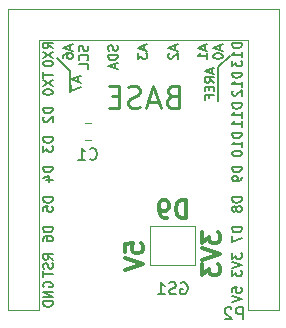
<source format=gbr>
G04 #@! TF.GenerationSoftware,KiCad,Pcbnew,(5.1.5)-3*
G04 #@! TF.CreationDate,2020-11-20T22:13:13+01:00*
G04 #@! TF.ProjectId,Microduino_Base_DE,4d696372-6f64-4756-996e-6f5f42617365,0.0*
G04 #@! TF.SameCoordinates,Original*
G04 #@! TF.FileFunction,Legend,Bot*
G04 #@! TF.FilePolarity,Positive*
%FSLAX46Y46*%
G04 Gerber Fmt 4.6, Leading zero omitted, Abs format (unit mm)*
G04 Created by KiCad (PCBNEW (5.1.5)-3) date 2020-11-20 22:13:13*
%MOMM*%
%LPD*%
G04 APERTURE LIST*
%ADD10C,0.250000*%
%ADD11C,0.300000*%
%ADD12C,0.120000*%
%ADD13C,0.150000*%
G04 APERTURE END LIST*
D10*
X153825285Y-71423228D02*
X153568142Y-71508942D01*
X153482428Y-71594657D01*
X153396714Y-71766085D01*
X153396714Y-72023228D01*
X153482428Y-72194657D01*
X153568142Y-72280371D01*
X153739571Y-72366085D01*
X154425285Y-72366085D01*
X154425285Y-70566085D01*
X153825285Y-70566085D01*
X153653857Y-70651800D01*
X153568142Y-70737514D01*
X153482428Y-70908942D01*
X153482428Y-71080371D01*
X153568142Y-71251800D01*
X153653857Y-71337514D01*
X153825285Y-71423228D01*
X154425285Y-71423228D01*
X152711000Y-71851800D02*
X151853857Y-71851800D01*
X152882428Y-72366085D02*
X152282428Y-70566085D01*
X151682428Y-72366085D01*
X151168142Y-72280371D02*
X150911000Y-72366085D01*
X150482428Y-72366085D01*
X150311000Y-72280371D01*
X150225285Y-72194657D01*
X150139571Y-72023228D01*
X150139571Y-71851800D01*
X150225285Y-71680371D01*
X150311000Y-71594657D01*
X150482428Y-71508942D01*
X150825285Y-71423228D01*
X150996714Y-71337514D01*
X151082428Y-71251800D01*
X151168142Y-71080371D01*
X151168142Y-70908942D01*
X151082428Y-70737514D01*
X150996714Y-70651800D01*
X150825285Y-70566085D01*
X150396714Y-70566085D01*
X150139571Y-70651800D01*
X149368142Y-71423228D02*
X148768142Y-71423228D01*
X148511000Y-72366085D02*
X149368142Y-72366085D01*
X149368142Y-70566085D01*
X148511000Y-70566085D01*
D11*
X155031142Y-81704571D02*
X155031142Y-80204571D01*
X154674000Y-80204571D01*
X154459714Y-80276000D01*
X154316857Y-80418857D01*
X154245428Y-80561714D01*
X154174000Y-80847428D01*
X154174000Y-81061714D01*
X154245428Y-81347428D01*
X154316857Y-81490285D01*
X154459714Y-81633142D01*
X154674000Y-81704571D01*
X155031142Y-81704571D01*
X153459714Y-81704571D02*
X153174000Y-81704571D01*
X153031142Y-81633142D01*
X152959714Y-81561714D01*
X152816857Y-81347428D01*
X152745428Y-81061714D01*
X152745428Y-80490285D01*
X152816857Y-80347428D01*
X152888285Y-80276000D01*
X153031142Y-80204571D01*
X153316857Y-80204571D01*
X153459714Y-80276000D01*
X153531142Y-80347428D01*
X153602571Y-80490285D01*
X153602571Y-80847428D01*
X153531142Y-80990285D01*
X153459714Y-81061714D01*
X153316857Y-81133142D01*
X153031142Y-81133142D01*
X152888285Y-81061714D01*
X152816857Y-80990285D01*
X152745428Y-80847428D01*
X156417271Y-82915357D02*
X156417271Y-83843928D01*
X156988700Y-83343928D01*
X156988700Y-83558214D01*
X157060128Y-83701071D01*
X157131557Y-83772500D01*
X157274414Y-83843928D01*
X157631557Y-83843928D01*
X157774414Y-83772500D01*
X157845842Y-83701071D01*
X157917271Y-83558214D01*
X157917271Y-83129642D01*
X157845842Y-82986785D01*
X157774414Y-82915357D01*
X156417271Y-84272500D02*
X157917271Y-84772500D01*
X156417271Y-85272500D01*
X156417271Y-85629642D02*
X156417271Y-86558214D01*
X156988700Y-86058214D01*
X156988700Y-86272500D01*
X157060128Y-86415357D01*
X157131557Y-86486785D01*
X157274414Y-86558214D01*
X157631557Y-86558214D01*
X157774414Y-86486785D01*
X157845842Y-86415357D01*
X157917271Y-86272500D01*
X157917271Y-85843928D01*
X157845842Y-85701071D01*
X157774414Y-85629642D01*
X149876771Y-84626485D02*
X149876771Y-83912200D01*
X150591057Y-83840771D01*
X150519628Y-83912200D01*
X150448200Y-84055057D01*
X150448200Y-84412200D01*
X150519628Y-84555057D01*
X150591057Y-84626485D01*
X150733914Y-84697914D01*
X151091057Y-84697914D01*
X151233914Y-84626485D01*
X151305342Y-84555057D01*
X151376771Y-84412200D01*
X151376771Y-84055057D01*
X151305342Y-83912200D01*
X151233914Y-83840771D01*
X149876771Y-85126485D02*
X151376771Y-85626485D01*
X149876771Y-86126485D01*
D12*
X152014000Y-83882500D02*
X152014000Y-82352500D01*
X155834000Y-83882500D02*
X155834000Y-82352500D01*
X152014000Y-82352500D02*
X155834000Y-82352500D01*
X155834000Y-83882500D02*
X155834000Y-85662500D01*
X155834000Y-85662500D02*
X152014000Y-85662500D01*
X152014000Y-83882500D02*
X152014000Y-85662500D01*
D13*
X145181000Y-69265000D02*
X144081000Y-68165000D01*
X145181000Y-69265000D02*
X145181000Y-71065000D01*
X158781000Y-67965000D02*
X157781000Y-68965000D01*
X157781000Y-68965000D02*
X157781000Y-71765000D01*
D12*
X139931000Y-89495000D02*
X139931000Y-63975000D01*
X139931000Y-63975000D02*
X162911000Y-63975000D01*
X162911000Y-89495000D02*
X162911000Y-63975000D01*
X160251000Y-89495000D02*
X160251000Y-66635000D01*
X160251000Y-66635000D02*
X142591000Y-66635000D01*
X142591000Y-89495000D02*
X142591000Y-66635000D01*
X142591000Y-89495000D02*
X142591000Y-82685000D01*
X162911000Y-89495000D02*
X160251000Y-89495000D01*
X139931000Y-89495000D02*
X142591000Y-89495000D01*
X162911000Y-67845000D02*
X162911000Y-66515000D01*
X146466822Y-75068500D02*
X146983978Y-75068500D01*
X146466822Y-73648500D02*
X146983978Y-73648500D01*
D13*
X154601776Y-87218900D02*
X154697014Y-87171280D01*
X154839871Y-87171280D01*
X154982728Y-87218900D01*
X155077966Y-87314138D01*
X155125585Y-87409376D01*
X155173204Y-87599852D01*
X155173204Y-87742709D01*
X155125585Y-87933185D01*
X155077966Y-88028423D01*
X154982728Y-88123661D01*
X154839871Y-88171280D01*
X154744633Y-88171280D01*
X154601776Y-88123661D01*
X154554157Y-88076042D01*
X154554157Y-87742709D01*
X154744633Y-87742709D01*
X154173204Y-88123661D02*
X154030347Y-88171280D01*
X153792252Y-88171280D01*
X153697014Y-88123661D01*
X153649395Y-88076042D01*
X153601776Y-87980804D01*
X153601776Y-87885566D01*
X153649395Y-87790328D01*
X153697014Y-87742709D01*
X153792252Y-87695090D01*
X153982728Y-87647471D01*
X154077966Y-87599852D01*
X154125585Y-87552233D01*
X154173204Y-87456995D01*
X154173204Y-87361757D01*
X154125585Y-87266519D01*
X154077966Y-87218900D01*
X153982728Y-87171280D01*
X153744633Y-87171280D01*
X153601776Y-87218900D01*
X152649395Y-88171280D02*
X153220823Y-88171280D01*
X152935109Y-88171280D02*
X152935109Y-87171280D01*
X153030347Y-87314138D01*
X153125585Y-87409376D01*
X153220823Y-87456995D01*
X159839095Y-90287380D02*
X159839095Y-89287380D01*
X159458142Y-89287380D01*
X159362904Y-89335000D01*
X159315285Y-89382619D01*
X159267666Y-89477857D01*
X159267666Y-89620714D01*
X159315285Y-89715952D01*
X159362904Y-89763571D01*
X159458142Y-89811190D01*
X159839095Y-89811190D01*
X158886714Y-89382619D02*
X158839095Y-89335000D01*
X158743857Y-89287380D01*
X158505761Y-89287380D01*
X158410523Y-89335000D01*
X158362904Y-89382619D01*
X158315285Y-89477857D01*
X158315285Y-89573095D01*
X158362904Y-89715952D01*
X158934333Y-90287380D01*
X158315285Y-90287380D01*
X145914333Y-69793571D02*
X145914333Y-70174523D01*
X146142904Y-69717380D02*
X145342904Y-69984047D01*
X146142904Y-70250714D01*
X145342904Y-70441190D02*
X145342904Y-70974523D01*
X146142904Y-70631666D01*
X157214333Y-69069761D02*
X157214333Y-69450714D01*
X157442904Y-68993571D02*
X156642904Y-69260238D01*
X157442904Y-69526904D01*
X157442904Y-70250714D02*
X157061952Y-69984047D01*
X157442904Y-69793571D02*
X156642904Y-69793571D01*
X156642904Y-70098333D01*
X156681000Y-70174523D01*
X156719095Y-70212619D01*
X156795285Y-70250714D01*
X156909571Y-70250714D01*
X156985761Y-70212619D01*
X157023857Y-70174523D01*
X157061952Y-70098333D01*
X157061952Y-69793571D01*
X157023857Y-70593571D02*
X157023857Y-70860238D01*
X157442904Y-70974523D02*
X157442904Y-70593571D01*
X156642904Y-70593571D01*
X156642904Y-70974523D01*
X157023857Y-71584047D02*
X157023857Y-71317380D01*
X157442904Y-71317380D02*
X156642904Y-71317380D01*
X156642904Y-71698333D01*
X142981000Y-87555476D02*
X142942904Y-87479285D01*
X142942904Y-87365000D01*
X142981000Y-87250714D01*
X143057190Y-87174523D01*
X143133380Y-87136428D01*
X143285761Y-87098333D01*
X143400047Y-87098333D01*
X143552428Y-87136428D01*
X143628619Y-87174523D01*
X143704809Y-87250714D01*
X143742904Y-87365000D01*
X143742904Y-87441190D01*
X143704809Y-87555476D01*
X143666714Y-87593571D01*
X143400047Y-87593571D01*
X143400047Y-87441190D01*
X143742904Y-87936428D02*
X142942904Y-87936428D01*
X143742904Y-88393571D01*
X142942904Y-88393571D01*
X143742904Y-88774523D02*
X142942904Y-88774523D01*
X142942904Y-88965000D01*
X142981000Y-89079285D01*
X143057190Y-89155476D01*
X143133380Y-89193571D01*
X143285761Y-89231666D01*
X143400047Y-89231666D01*
X143552428Y-89193571D01*
X143628619Y-89155476D01*
X143704809Y-89079285D01*
X143742904Y-88965000D01*
X143742904Y-88774523D01*
X143742904Y-85226904D02*
X143361952Y-84960238D01*
X143742904Y-84769761D02*
X142942904Y-84769761D01*
X142942904Y-85074523D01*
X142981000Y-85150714D01*
X143019095Y-85188809D01*
X143095285Y-85226904D01*
X143209571Y-85226904D01*
X143285761Y-85188809D01*
X143323857Y-85150714D01*
X143361952Y-85074523D01*
X143361952Y-84769761D01*
X143704809Y-85531666D02*
X143742904Y-85645952D01*
X143742904Y-85836428D01*
X143704809Y-85912619D01*
X143666714Y-85950714D01*
X143590523Y-85988809D01*
X143514333Y-85988809D01*
X143438142Y-85950714D01*
X143400047Y-85912619D01*
X143361952Y-85836428D01*
X143323857Y-85684047D01*
X143285761Y-85607857D01*
X143247666Y-85569761D01*
X143171476Y-85531666D01*
X143095285Y-85531666D01*
X143019095Y-85569761D01*
X142981000Y-85607857D01*
X142942904Y-85684047D01*
X142942904Y-85874523D01*
X142981000Y-85988809D01*
X142942904Y-86217380D02*
X142942904Y-86674523D01*
X143742904Y-86445952D02*
X142942904Y-86445952D01*
X143742904Y-82474523D02*
X142942904Y-82474523D01*
X142942904Y-82665000D01*
X142981000Y-82779285D01*
X143057190Y-82855476D01*
X143133380Y-82893571D01*
X143285761Y-82931666D01*
X143400047Y-82931666D01*
X143552428Y-82893571D01*
X143628619Y-82855476D01*
X143704809Y-82779285D01*
X143742904Y-82665000D01*
X143742904Y-82474523D01*
X142942904Y-83617380D02*
X142942904Y-83465000D01*
X142981000Y-83388809D01*
X143019095Y-83350714D01*
X143133380Y-83274523D01*
X143285761Y-83236428D01*
X143590523Y-83236428D01*
X143666714Y-83274523D01*
X143704809Y-83312619D01*
X143742904Y-83388809D01*
X143742904Y-83541190D01*
X143704809Y-83617380D01*
X143666714Y-83655476D01*
X143590523Y-83693571D01*
X143400047Y-83693571D01*
X143323857Y-83655476D01*
X143285761Y-83617380D01*
X143247666Y-83541190D01*
X143247666Y-83388809D01*
X143285761Y-83312619D01*
X143323857Y-83274523D01*
X143400047Y-83236428D01*
X143742904Y-79974523D02*
X142942904Y-79974523D01*
X142942904Y-80165000D01*
X142981000Y-80279285D01*
X143057190Y-80355476D01*
X143133380Y-80393571D01*
X143285761Y-80431666D01*
X143400047Y-80431666D01*
X143552428Y-80393571D01*
X143628619Y-80355476D01*
X143704809Y-80279285D01*
X143742904Y-80165000D01*
X143742904Y-79974523D01*
X142942904Y-81155476D02*
X142942904Y-80774523D01*
X143323857Y-80736428D01*
X143285761Y-80774523D01*
X143247666Y-80850714D01*
X143247666Y-81041190D01*
X143285761Y-81117380D01*
X143323857Y-81155476D01*
X143400047Y-81193571D01*
X143590523Y-81193571D01*
X143666714Y-81155476D01*
X143704809Y-81117380D01*
X143742904Y-81041190D01*
X143742904Y-80850714D01*
X143704809Y-80774523D01*
X143666714Y-80736428D01*
X143742904Y-77374523D02*
X142942904Y-77374523D01*
X142942904Y-77565000D01*
X142981000Y-77679285D01*
X143057190Y-77755476D01*
X143133380Y-77793571D01*
X143285761Y-77831666D01*
X143400047Y-77831666D01*
X143552428Y-77793571D01*
X143628619Y-77755476D01*
X143704809Y-77679285D01*
X143742904Y-77565000D01*
X143742904Y-77374523D01*
X143209571Y-78517380D02*
X143742904Y-78517380D01*
X142904809Y-78326904D02*
X143476238Y-78136428D01*
X143476238Y-78631666D01*
X143742904Y-74874523D02*
X142942904Y-74874523D01*
X142942904Y-75065000D01*
X142981000Y-75179285D01*
X143057190Y-75255476D01*
X143133380Y-75293571D01*
X143285761Y-75331666D01*
X143400047Y-75331666D01*
X143552428Y-75293571D01*
X143628619Y-75255476D01*
X143704809Y-75179285D01*
X143742904Y-75065000D01*
X143742904Y-74874523D01*
X142942904Y-75598333D02*
X142942904Y-76093571D01*
X143247666Y-75826904D01*
X143247666Y-75941190D01*
X143285761Y-76017380D01*
X143323857Y-76055476D01*
X143400047Y-76093571D01*
X143590523Y-76093571D01*
X143666714Y-76055476D01*
X143704809Y-76017380D01*
X143742904Y-75941190D01*
X143742904Y-75712619D01*
X143704809Y-75636428D01*
X143666714Y-75598333D01*
X143742904Y-72374523D02*
X142942904Y-72374523D01*
X142942904Y-72565000D01*
X142981000Y-72679285D01*
X143057190Y-72755476D01*
X143133380Y-72793571D01*
X143285761Y-72831666D01*
X143400047Y-72831666D01*
X143552428Y-72793571D01*
X143628619Y-72755476D01*
X143704809Y-72679285D01*
X143742904Y-72565000D01*
X143742904Y-72374523D01*
X143019095Y-73136428D02*
X142981000Y-73174523D01*
X142942904Y-73250714D01*
X142942904Y-73441190D01*
X142981000Y-73517380D01*
X143019095Y-73555476D01*
X143095285Y-73593571D01*
X143171476Y-73593571D01*
X143285761Y-73555476D01*
X143742904Y-73098333D01*
X143742904Y-73593571D01*
X142942904Y-69374523D02*
X142942904Y-69831666D01*
X143742904Y-69603095D02*
X142942904Y-69603095D01*
X142942904Y-70022142D02*
X143742904Y-70555476D01*
X142942904Y-70555476D02*
X143742904Y-70022142D01*
X142942904Y-71012619D02*
X142942904Y-71088809D01*
X142981000Y-71165000D01*
X143019095Y-71203095D01*
X143095285Y-71241190D01*
X143247666Y-71279285D01*
X143438142Y-71279285D01*
X143590523Y-71241190D01*
X143666714Y-71203095D01*
X143704809Y-71165000D01*
X143742904Y-71088809D01*
X143742904Y-71012619D01*
X143704809Y-70936428D01*
X143666714Y-70898333D01*
X143590523Y-70860238D01*
X143438142Y-70822142D01*
X143247666Y-70822142D01*
X143095285Y-70860238D01*
X143019095Y-70898333D01*
X142981000Y-70936428D01*
X142942904Y-71012619D01*
X143742904Y-67350714D02*
X143361952Y-67084047D01*
X143742904Y-66893571D02*
X142942904Y-66893571D01*
X142942904Y-67198333D01*
X142981000Y-67274523D01*
X143019095Y-67312619D01*
X143095285Y-67350714D01*
X143209571Y-67350714D01*
X143285761Y-67312619D01*
X143323857Y-67274523D01*
X143361952Y-67198333D01*
X143361952Y-66893571D01*
X142942904Y-67617380D02*
X143742904Y-68150714D01*
X142942904Y-68150714D02*
X143742904Y-67617380D01*
X142942904Y-68607857D02*
X142942904Y-68684047D01*
X142981000Y-68760238D01*
X143019095Y-68798333D01*
X143095285Y-68836428D01*
X143247666Y-68874523D01*
X143438142Y-68874523D01*
X143590523Y-68836428D01*
X143666714Y-68798333D01*
X143704809Y-68760238D01*
X143742904Y-68684047D01*
X143742904Y-68607857D01*
X143704809Y-68531666D01*
X143666714Y-68493571D01*
X143590523Y-68455476D01*
X143438142Y-68417380D01*
X143247666Y-68417380D01*
X143095285Y-68455476D01*
X143019095Y-68493571D01*
X142981000Y-68531666D01*
X142942904Y-68607857D01*
X145214333Y-67093571D02*
X145214333Y-67474523D01*
X145442904Y-67017380D02*
X144642904Y-67284047D01*
X145442904Y-67550714D01*
X144642904Y-68160238D02*
X144642904Y-68007857D01*
X144681000Y-67931666D01*
X144719095Y-67893571D01*
X144833380Y-67817380D01*
X144985761Y-67779285D01*
X145290523Y-67779285D01*
X145366714Y-67817380D01*
X145404809Y-67855476D01*
X145442904Y-67931666D01*
X145442904Y-68084047D01*
X145404809Y-68160238D01*
X145366714Y-68198333D01*
X145290523Y-68236428D01*
X145100047Y-68236428D01*
X145023857Y-68198333D01*
X144985761Y-68160238D01*
X144947666Y-68084047D01*
X144947666Y-67931666D01*
X144985761Y-67855476D01*
X145023857Y-67817380D01*
X145100047Y-67779285D01*
X146704809Y-67112619D02*
X146742904Y-67226904D01*
X146742904Y-67417380D01*
X146704809Y-67493571D01*
X146666714Y-67531666D01*
X146590523Y-67569761D01*
X146514333Y-67569761D01*
X146438142Y-67531666D01*
X146400047Y-67493571D01*
X146361952Y-67417380D01*
X146323857Y-67265000D01*
X146285761Y-67188809D01*
X146247666Y-67150714D01*
X146171476Y-67112619D01*
X146095285Y-67112619D01*
X146019095Y-67150714D01*
X145981000Y-67188809D01*
X145942904Y-67265000D01*
X145942904Y-67455476D01*
X145981000Y-67569761D01*
X146666714Y-68369761D02*
X146704809Y-68331666D01*
X146742904Y-68217380D01*
X146742904Y-68141190D01*
X146704809Y-68026904D01*
X146628619Y-67950714D01*
X146552428Y-67912619D01*
X146400047Y-67874523D01*
X146285761Y-67874523D01*
X146133380Y-67912619D01*
X146057190Y-67950714D01*
X145981000Y-68026904D01*
X145942904Y-68141190D01*
X145942904Y-68217380D01*
X145981000Y-68331666D01*
X146019095Y-68369761D01*
X146742904Y-69093571D02*
X146742904Y-68712619D01*
X145942904Y-68712619D01*
X149204809Y-67093571D02*
X149242904Y-67207857D01*
X149242904Y-67398333D01*
X149204809Y-67474523D01*
X149166714Y-67512619D01*
X149090523Y-67550714D01*
X149014333Y-67550714D01*
X148938142Y-67512619D01*
X148900047Y-67474523D01*
X148861952Y-67398333D01*
X148823857Y-67245952D01*
X148785761Y-67169761D01*
X148747666Y-67131666D01*
X148671476Y-67093571D01*
X148595285Y-67093571D01*
X148519095Y-67131666D01*
X148481000Y-67169761D01*
X148442904Y-67245952D01*
X148442904Y-67436428D01*
X148481000Y-67550714D01*
X149242904Y-67893571D02*
X148442904Y-67893571D01*
X148442904Y-68084047D01*
X148481000Y-68198333D01*
X148557190Y-68274523D01*
X148633380Y-68312619D01*
X148785761Y-68350714D01*
X148900047Y-68350714D01*
X149052428Y-68312619D01*
X149128619Y-68274523D01*
X149204809Y-68198333D01*
X149242904Y-68084047D01*
X149242904Y-67893571D01*
X149014333Y-68655476D02*
X149014333Y-69036428D01*
X149242904Y-68579285D02*
X148442904Y-68845952D01*
X149242904Y-69112619D01*
X151514333Y-67093571D02*
X151514333Y-67474523D01*
X151742904Y-67017380D02*
X150942904Y-67284047D01*
X151742904Y-67550714D01*
X150942904Y-67741190D02*
X150942904Y-68236428D01*
X151247666Y-67969761D01*
X151247666Y-68084047D01*
X151285761Y-68160238D01*
X151323857Y-68198333D01*
X151400047Y-68236428D01*
X151590523Y-68236428D01*
X151666714Y-68198333D01*
X151704809Y-68160238D01*
X151742904Y-68084047D01*
X151742904Y-67855476D01*
X151704809Y-67779285D01*
X151666714Y-67741190D01*
X154114333Y-67093571D02*
X154114333Y-67474523D01*
X154342904Y-67017380D02*
X153542904Y-67284047D01*
X154342904Y-67550714D01*
X153619095Y-67779285D02*
X153581000Y-67817380D01*
X153542904Y-67893571D01*
X153542904Y-68084047D01*
X153581000Y-68160238D01*
X153619095Y-68198333D01*
X153695285Y-68236428D01*
X153771476Y-68236428D01*
X153885761Y-68198333D01*
X154342904Y-67741190D01*
X154342904Y-68236428D01*
X156614333Y-67093571D02*
X156614333Y-67474523D01*
X156842904Y-67017380D02*
X156042904Y-67284047D01*
X156842904Y-67550714D01*
X156842904Y-68236428D02*
X156842904Y-67779285D01*
X156842904Y-68007857D02*
X156042904Y-68007857D01*
X156157190Y-67931666D01*
X156233380Y-67855476D01*
X156271476Y-67779285D01*
X157914333Y-67093571D02*
X157914333Y-67474523D01*
X158142904Y-67017380D02*
X157342904Y-67284047D01*
X158142904Y-67550714D01*
X157342904Y-67969761D02*
X157342904Y-68045952D01*
X157381000Y-68122142D01*
X157419095Y-68160238D01*
X157495285Y-68198333D01*
X157647666Y-68236428D01*
X157838142Y-68236428D01*
X157990523Y-68198333D01*
X158066714Y-68160238D01*
X158104809Y-68122142D01*
X158142904Y-68045952D01*
X158142904Y-67969761D01*
X158104809Y-67893571D01*
X158066714Y-67855476D01*
X157990523Y-67817380D01*
X157838142Y-67779285D01*
X157647666Y-67779285D01*
X157495285Y-67817380D01*
X157419095Y-67855476D01*
X157381000Y-67893571D01*
X157342904Y-67969761D01*
X159742904Y-66893571D02*
X158942904Y-66893571D01*
X158942904Y-67084047D01*
X158981000Y-67198333D01*
X159057190Y-67274523D01*
X159133380Y-67312619D01*
X159285761Y-67350714D01*
X159400047Y-67350714D01*
X159552428Y-67312619D01*
X159628619Y-67274523D01*
X159704809Y-67198333D01*
X159742904Y-67084047D01*
X159742904Y-66893571D01*
X159742904Y-68112619D02*
X159742904Y-67655476D01*
X159742904Y-67884047D02*
X158942904Y-67884047D01*
X159057190Y-67807857D01*
X159133380Y-67731666D01*
X159171476Y-67655476D01*
X158942904Y-68379285D02*
X158942904Y-68874523D01*
X159247666Y-68607857D01*
X159247666Y-68722142D01*
X159285761Y-68798333D01*
X159323857Y-68836428D01*
X159400047Y-68874523D01*
X159590523Y-68874523D01*
X159666714Y-68836428D01*
X159704809Y-68798333D01*
X159742904Y-68722142D01*
X159742904Y-68493571D01*
X159704809Y-68417380D01*
X159666714Y-68379285D01*
X159742904Y-69393571D02*
X158942904Y-69393571D01*
X158942904Y-69584047D01*
X158981000Y-69698333D01*
X159057190Y-69774523D01*
X159133380Y-69812619D01*
X159285761Y-69850714D01*
X159400047Y-69850714D01*
X159552428Y-69812619D01*
X159628619Y-69774523D01*
X159704809Y-69698333D01*
X159742904Y-69584047D01*
X159742904Y-69393571D01*
X159742904Y-70612619D02*
X159742904Y-70155476D01*
X159742904Y-70384047D02*
X158942904Y-70384047D01*
X159057190Y-70307857D01*
X159133380Y-70231666D01*
X159171476Y-70155476D01*
X159019095Y-70917380D02*
X158981000Y-70955476D01*
X158942904Y-71031666D01*
X158942904Y-71222142D01*
X158981000Y-71298333D01*
X159019095Y-71336428D01*
X159095285Y-71374523D01*
X159171476Y-71374523D01*
X159285761Y-71336428D01*
X159742904Y-70879285D01*
X159742904Y-71374523D01*
X159742904Y-71993571D02*
X158942904Y-71993571D01*
X158942904Y-72184047D01*
X158981000Y-72298333D01*
X159057190Y-72374523D01*
X159133380Y-72412619D01*
X159285761Y-72450714D01*
X159400047Y-72450714D01*
X159552428Y-72412619D01*
X159628619Y-72374523D01*
X159704809Y-72298333D01*
X159742904Y-72184047D01*
X159742904Y-71993571D01*
X159742904Y-73212619D02*
X159742904Y-72755476D01*
X159742904Y-72984047D02*
X158942904Y-72984047D01*
X159057190Y-72907857D01*
X159133380Y-72831666D01*
X159171476Y-72755476D01*
X159742904Y-73974523D02*
X159742904Y-73517380D01*
X159742904Y-73745952D02*
X158942904Y-73745952D01*
X159057190Y-73669761D01*
X159133380Y-73593571D01*
X159171476Y-73517380D01*
X159742904Y-74493571D02*
X158942904Y-74493571D01*
X158942904Y-74684047D01*
X158981000Y-74798333D01*
X159057190Y-74874523D01*
X159133380Y-74912619D01*
X159285761Y-74950714D01*
X159400047Y-74950714D01*
X159552428Y-74912619D01*
X159628619Y-74874523D01*
X159704809Y-74798333D01*
X159742904Y-74684047D01*
X159742904Y-74493571D01*
X159742904Y-75712619D02*
X159742904Y-75255476D01*
X159742904Y-75484047D02*
X158942904Y-75484047D01*
X159057190Y-75407857D01*
X159133380Y-75331666D01*
X159171476Y-75255476D01*
X158942904Y-76207857D02*
X158942904Y-76284047D01*
X158981000Y-76360238D01*
X159019095Y-76398333D01*
X159095285Y-76436428D01*
X159247666Y-76474523D01*
X159438142Y-76474523D01*
X159590523Y-76436428D01*
X159666714Y-76398333D01*
X159704809Y-76360238D01*
X159742904Y-76284047D01*
X159742904Y-76207857D01*
X159704809Y-76131666D01*
X159666714Y-76093571D01*
X159590523Y-76055476D01*
X159438142Y-76017380D01*
X159247666Y-76017380D01*
X159095285Y-76055476D01*
X159019095Y-76093571D01*
X158981000Y-76131666D01*
X158942904Y-76207857D01*
X159742904Y-77374523D02*
X158942904Y-77374523D01*
X158942904Y-77565000D01*
X158981000Y-77679285D01*
X159057190Y-77755476D01*
X159133380Y-77793571D01*
X159285761Y-77831666D01*
X159400047Y-77831666D01*
X159552428Y-77793571D01*
X159628619Y-77755476D01*
X159704809Y-77679285D01*
X159742904Y-77565000D01*
X159742904Y-77374523D01*
X159742904Y-78212619D02*
X159742904Y-78365000D01*
X159704809Y-78441190D01*
X159666714Y-78479285D01*
X159552428Y-78555476D01*
X159400047Y-78593571D01*
X159095285Y-78593571D01*
X159019095Y-78555476D01*
X158981000Y-78517380D01*
X158942904Y-78441190D01*
X158942904Y-78288809D01*
X158981000Y-78212619D01*
X159019095Y-78174523D01*
X159095285Y-78136428D01*
X159285761Y-78136428D01*
X159361952Y-78174523D01*
X159400047Y-78212619D01*
X159438142Y-78288809D01*
X159438142Y-78441190D01*
X159400047Y-78517380D01*
X159361952Y-78555476D01*
X159285761Y-78593571D01*
X159742904Y-79974523D02*
X158942904Y-79974523D01*
X158942904Y-80165000D01*
X158981000Y-80279285D01*
X159057190Y-80355476D01*
X159133380Y-80393571D01*
X159285761Y-80431666D01*
X159400047Y-80431666D01*
X159552428Y-80393571D01*
X159628619Y-80355476D01*
X159704809Y-80279285D01*
X159742904Y-80165000D01*
X159742904Y-79974523D01*
X159285761Y-80888809D02*
X159247666Y-80812619D01*
X159209571Y-80774523D01*
X159133380Y-80736428D01*
X159095285Y-80736428D01*
X159019095Y-80774523D01*
X158981000Y-80812619D01*
X158942904Y-80888809D01*
X158942904Y-81041190D01*
X158981000Y-81117380D01*
X159019095Y-81155476D01*
X159095285Y-81193571D01*
X159133380Y-81193571D01*
X159209571Y-81155476D01*
X159247666Y-81117380D01*
X159285761Y-81041190D01*
X159285761Y-80888809D01*
X159323857Y-80812619D01*
X159361952Y-80774523D01*
X159438142Y-80736428D01*
X159590523Y-80736428D01*
X159666714Y-80774523D01*
X159704809Y-80812619D01*
X159742904Y-80888809D01*
X159742904Y-81041190D01*
X159704809Y-81117380D01*
X159666714Y-81155476D01*
X159590523Y-81193571D01*
X159438142Y-81193571D01*
X159361952Y-81155476D01*
X159323857Y-81117380D01*
X159285761Y-81041190D01*
X159742904Y-82474523D02*
X158942904Y-82474523D01*
X158942904Y-82665000D01*
X158981000Y-82779285D01*
X159057190Y-82855476D01*
X159133380Y-82893571D01*
X159285761Y-82931666D01*
X159400047Y-82931666D01*
X159552428Y-82893571D01*
X159628619Y-82855476D01*
X159704809Y-82779285D01*
X159742904Y-82665000D01*
X159742904Y-82474523D01*
X158942904Y-83198333D02*
X158942904Y-83731666D01*
X159742904Y-83388809D01*
X158942904Y-84674523D02*
X158942904Y-85169761D01*
X159247666Y-84903095D01*
X159247666Y-85017380D01*
X159285761Y-85093571D01*
X159323857Y-85131666D01*
X159400047Y-85169761D01*
X159590523Y-85169761D01*
X159666714Y-85131666D01*
X159704809Y-85093571D01*
X159742904Y-85017380D01*
X159742904Y-84788809D01*
X159704809Y-84712619D01*
X159666714Y-84674523D01*
X158942904Y-85398333D02*
X159742904Y-85665000D01*
X158942904Y-85931666D01*
X158942904Y-86122142D02*
X158942904Y-86617380D01*
X159247666Y-86350714D01*
X159247666Y-86465000D01*
X159285761Y-86541190D01*
X159323857Y-86579285D01*
X159400047Y-86617380D01*
X159590523Y-86617380D01*
X159666714Y-86579285D01*
X159704809Y-86541190D01*
X159742904Y-86465000D01*
X159742904Y-86236428D01*
X159704809Y-86160238D01*
X159666714Y-86122142D01*
X158942904Y-88012619D02*
X158942904Y-87631666D01*
X159323857Y-87593571D01*
X159285761Y-87631666D01*
X159247666Y-87707857D01*
X159247666Y-87898333D01*
X159285761Y-87974523D01*
X159323857Y-88012619D01*
X159400047Y-88050714D01*
X159590523Y-88050714D01*
X159666714Y-88012619D01*
X159704809Y-87974523D01*
X159742904Y-87898333D01*
X159742904Y-87707857D01*
X159704809Y-87631666D01*
X159666714Y-87593571D01*
X158942904Y-88279285D02*
X159742904Y-88545952D01*
X158942904Y-88812619D01*
X146889766Y-76696842D02*
X146937385Y-76744461D01*
X147080242Y-76792080D01*
X147175480Y-76792080D01*
X147318338Y-76744461D01*
X147413576Y-76649223D01*
X147461195Y-76553985D01*
X147508814Y-76363509D01*
X147508814Y-76220652D01*
X147461195Y-76030176D01*
X147413576Y-75934938D01*
X147318338Y-75839700D01*
X147175480Y-75792080D01*
X147080242Y-75792080D01*
X146937385Y-75839700D01*
X146889766Y-75887319D01*
X145937385Y-76792080D02*
X146508814Y-76792080D01*
X146223100Y-76792080D02*
X146223100Y-75792080D01*
X146318338Y-75934938D01*
X146413576Y-76030176D01*
X146508814Y-76077795D01*
M02*

</source>
